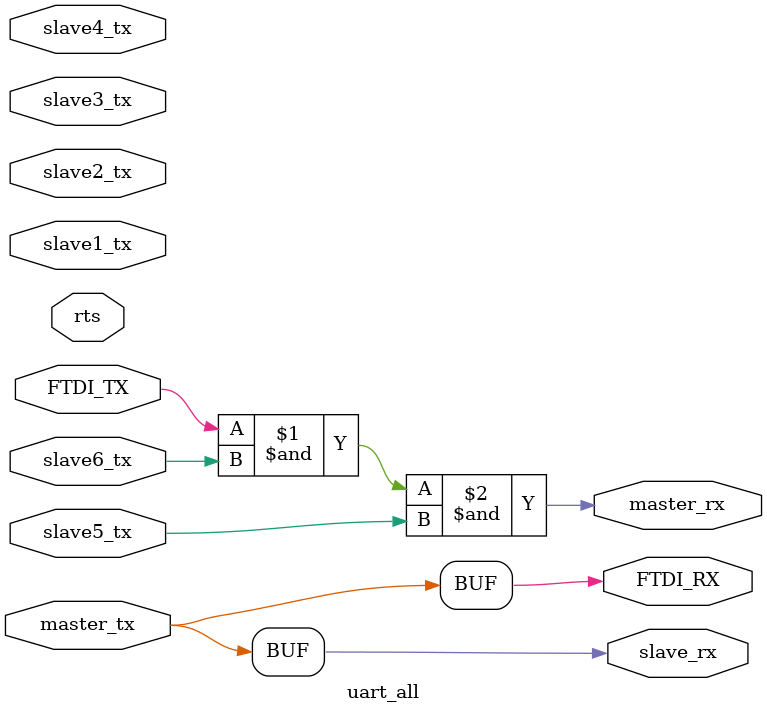
<source format=v>
`timescale 1 ns / 1 ps

module uart_all ( rts,master_tx ,slave1_tx ,slave2_tx ,slave3_tx ,slave4_tx , slave5_tx,slave6_tx,master_rx,slave_rx,FTDI_RX,FTDI_TX );

output master_rx ;
wire master_rx ;

output slave_rx ;
wire slave_rx ;

output FTDI_RX ;
wire FTDI_RX ;


input rts ;
wire rts ;

input FTDI_TX ;
wire FTDI_TX ;
input master_tx ;
wire master_tx ;
input slave1_tx ;
wire slave1_tx ;
input slave2_tx ;
wire slave2_tx ;
input slave3_tx ;
wire slave3_tx ;
input slave4_tx ;
wire slave4_tx ;
input slave5_tx ;
wire slave5_tx ;
input slave6_tx ;
wire slave6_tx ;


assign master_rx=FTDI_TX&slave6_tx&slave5_tx;
assign slave_rx=master_tx;
assign FTDI_RX =master_tx;

endmodule

</source>
